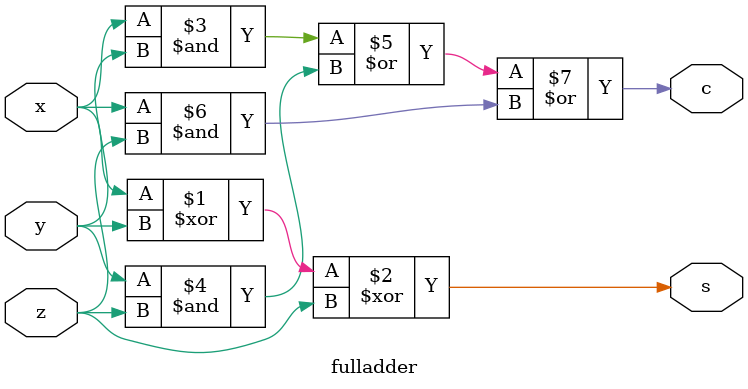
<source format=v>
module adder(input[7:0]a,b,input cin,output[7:0]sum,output cout);
wire[6:0]c;
fulladder fa0 (a[0],b[0],cin,sum[0],c[0]);
fulladder faa (a[1],b[1],c[0],sum[1],c[1]);
fulladder fa1 (a[2],b[2],c[1],sum[2],c[2]);
fulladder fa2(a[3],b[3],c[2],sum[3],c[3]);
fulladder fa3 (a[4],b[4],c[3],sum[4],c[4]);
fulladder fa4 (a[5],b[5],c[4],sum[5],c[5]);
fulladder fa5 (a[6],b[6],c[5],sum[6],c[6]);
fulladder fa6 (a[7],b[7],c[6],sum[7],cout);
endmodule
module fulladder(input x,y,z,output s,c);
assign s=x^y^z;
assign c=(x&y)|(y&z)|(x&z);
endmodule
</source>
